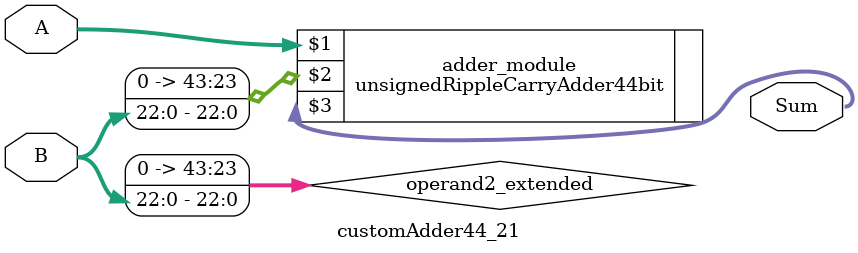
<source format=v>
module customAdder44_21(
                        input [43 : 0] A,
                        input [22 : 0] B,
                        
                        output [44 : 0] Sum
                );

        wire [43 : 0] operand2_extended;
        
        assign operand2_extended =  {21'b0, B};
        
        unsignedRippleCarryAdder44bit adder_module(
            A,
            operand2_extended,
            Sum
        );
        
        endmodule
        
</source>
